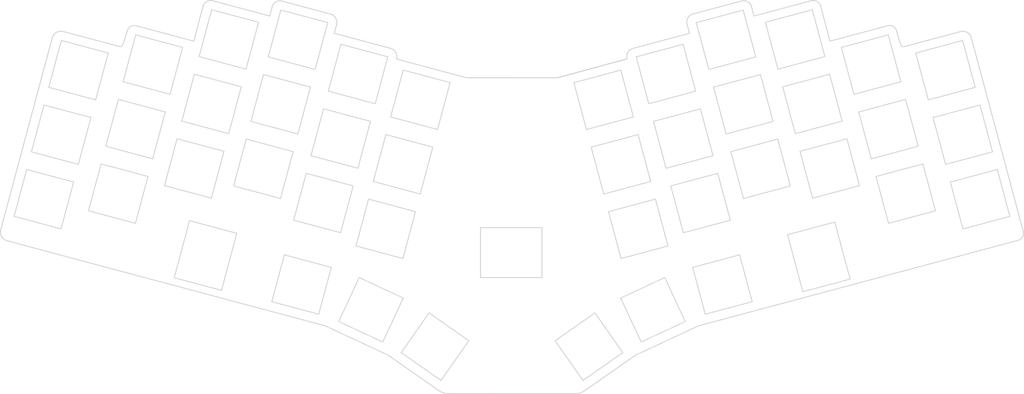
<source format=kicad_pcb>
(kicad_pcb (version 20171130) (host pcbnew "(5.1.10)-1")

  (general
    (thickness 1.6)
    (drawings 236)
    (tracks 0)
    (zones 0)
    (modules 9)
    (nets 1)
  )

  (page A4)
  (layers
    (0 F.Cu signal)
    (31 B.Cu signal)
    (32 B.Adhes user)
    (33 F.Adhes user)
    (34 B.Paste user)
    (35 F.Paste user)
    (36 B.SilkS user)
    (37 F.SilkS user)
    (38 B.Mask user)
    (39 F.Mask user)
    (40 Dwgs.User user)
    (41 Cmts.User user)
    (42 Eco1.User user)
    (43 Eco2.User user)
    (44 Edge.Cuts user)
    (45 Margin user)
    (46 B.CrtYd user)
    (47 F.CrtYd user)
    (48 B.Fab user)
    (49 F.Fab user)
  )

  (setup
    (last_trace_width 0.254)
    (trace_clearance 0.2)
    (zone_clearance 0.508)
    (zone_45_only no)
    (trace_min 0.2)
    (via_size 0.8)
    (via_drill 0.4)
    (via_min_size 0.4)
    (via_min_drill 0.3)
    (uvia_size 0.3)
    (uvia_drill 0.1)
    (uvias_allowed no)
    (uvia_min_size 0.2)
    (uvia_min_drill 0.1)
    (edge_width 0.05)
    (segment_width 0.2)
    (pcb_text_width 0.3)
    (pcb_text_size 1.5 1.5)
    (mod_edge_width 0.12)
    (mod_text_size 1 1)
    (mod_text_width 0.15)
    (pad_size 1.524 1.524)
    (pad_drill 0.762)
    (pad_to_mask_clearance 0)
    (aux_axis_origin 0 0)
    (visible_elements 7FFFFFFF)
    (pcbplotparams
      (layerselection 0x010fc_ffffffff)
      (usegerberextensions false)
      (usegerberattributes true)
      (usegerberadvancedattributes true)
      (creategerberjobfile true)
      (excludeedgelayer true)
      (linewidth 0.100000)
      (plotframeref false)
      (viasonmask false)
      (mode 1)
      (useauxorigin false)
      (hpglpennumber 1)
      (hpglpenspeed 20)
      (hpglpendiameter 15.000000)
      (psnegative false)
      (psa4output false)
      (plotreference true)
      (plotvalue true)
      (plotinvisibletext false)
      (padsonsilk false)
      (subtractmaskfromsilk false)
      (outputformat 1)
      (mirror false)
      (drillshape 0)
      (scaleselection 1)
      (outputdirectory "gerbers/"))
  )

  (net 0 "")

  (net_class Default "This is the default net class."
    (clearance 0.2)
    (trace_width 0.254)
    (via_dia 0.8)
    (via_drill 0.4)
    (uvia_dia 0.3)
    (uvia_drill 0.1)
  )

  (net_class Power ""
    (clearance 0.2)
    (trace_width 0.381)
    (via_dia 0.8)
    (via_drill 0.4)
    (uvia_dia 0.3)
    (uvia_drill 0.1)
  )

  (module MountingHole:MountingHole_2.2mm_M2 (layer F.Cu) (tedit 56D1B4CB) (tstamp 6162079F)
    (at 268.74 113.3)
    (descr "Mounting Hole 2.2mm, no annular, M2")
    (tags "mounting hole 2.2mm no annular m2")
    (attr virtual)
    (fp_text reference "" (at 0 -3.2) (layer F.SilkS)
      (effects (font (size 1 1) (thickness 0.15)))
    )
    (fp_text value "" (at 0 3.2) (layer F.Fab)
      (effects (font (size 1 1) (thickness 0.15)))
    )
    (fp_circle (center 0 0) (end 2.2 0) (layer Cmts.User) (width 0.15))
    (fp_circle (center 0 0) (end 2.45 0) (layer F.CrtYd) (width 0.05))
    (fp_text user %R (at 0.3 0) (layer F.Fab)
      (effects (font (size 1 1) (thickness 0.15)))
    )
    (pad 1 np_thru_hole circle (at 0 0) (size 2.2 2.2) (drill 2.2) (layers *.Cu *.Mask))
  )

  (module MountingHole:MountingHole_2.2mm_M2 (layer F.Cu) (tedit 56D1B4CB) (tstamp 6162079F)
    (at 240.48 62.22)
    (descr "Mounting Hole 2.2mm, no annular, M2")
    (tags "mounting hole 2.2mm no annular m2")
    (attr virtual)
    (fp_text reference "" (at 0 -3.2) (layer F.SilkS)
      (effects (font (size 1 1) (thickness 0.15)))
    )
    (fp_text value "" (at 0 3.2) (layer F.Fab)
      (effects (font (size 1 1) (thickness 0.15)))
    )
    (fp_circle (center 0 0) (end 2.2 0) (layer Cmts.User) (width 0.15))
    (fp_circle (center 0 0) (end 2.45 0) (layer F.CrtYd) (width 0.05))
    (fp_text user %R (at 0.3 0) (layer F.Fab)
      (effects (font (size 1 1) (thickness 0.15)))
    )
    (pad 1 np_thru_hole circle (at 0 0) (size 2.2 2.2) (drill 2.2) (layers *.Cu *.Mask))
  )

  (module MountingHole:MountingHole_2.2mm_M2 (layer F.Cu) (tedit 56D1B4CB) (tstamp 6162079F)
    (at 186.81 82.42)
    (descr "Mounting Hole 2.2mm, no annular, M2")
    (tags "mounting hole 2.2mm no annular m2")
    (attr virtual)
    (fp_text reference "" (at 0 -3.2) (layer F.SilkS)
      (effects (font (size 1 1) (thickness 0.15)))
    )
    (fp_text value "" (at 0 3.2) (layer F.Fab)
      (effects (font (size 1 1) (thickness 0.15)))
    )
    (fp_circle (center 0 0) (end 2.2 0) (layer Cmts.User) (width 0.15))
    (fp_circle (center 0 0) (end 2.45 0) (layer F.CrtYd) (width 0.05))
    (fp_text user %R (at 0.3 0) (layer F.Fab)
      (effects (font (size 1 1) (thickness 0.15)))
    )
    (pad 1 np_thru_hole circle (at 0 0) (size 2.2 2.2) (drill 2.2) (layers *.Cu *.Mask))
  )

  (module MountingHole:MountingHole_2.2mm_M2 (layer F.Cu) (tedit 56D1B4CB) (tstamp 6162079F)
    (at 195.33 120.48)
    (descr "Mounting Hole 2.2mm, no annular, M2")
    (tags "mounting hole 2.2mm no annular m2")
    (attr virtual)
    (fp_text reference "" (at 0 -3.2) (layer F.SilkS)
      (effects (font (size 1 1) (thickness 0.15)))
    )
    (fp_text value "" (at 0 3.2) (layer F.Fab)
      (effects (font (size 1 1) (thickness 0.15)))
    )
    (fp_circle (center 0 0) (end 2.2 0) (layer Cmts.User) (width 0.15))
    (fp_circle (center 0 0) (end 2.45 0) (layer F.CrtYd) (width 0.05))
    (fp_text user %R (at 0.3 0) (layer F.Fab)
      (effects (font (size 1 1) (thickness 0.15)))
    )
    (pad 1 np_thru_hole circle (at 0 0) (size 2.2 2.2) (drill 2.2) (layers *.Cu *.Mask))
  )

  (module MountingHole:MountingHole_2.2mm_M2 (layer F.Cu) (tedit 56D1B4CB) (tstamp 6162079F)
    (at 148.4 152.2)
    (descr "Mounting Hole 2.2mm, no annular, M2")
    (tags "mounting hole 2.2mm no annular m2")
    (attr virtual)
    (fp_text reference "" (at 0 -3.2) (layer F.SilkS)
      (effects (font (size 1 1) (thickness 0.15)))
    )
    (fp_text value "" (at 0 3.2) (layer F.Fab)
      (effects (font (size 1 1) (thickness 0.15)))
    )
    (fp_circle (center 0 0) (end 2.2 0) (layer Cmts.User) (width 0.15))
    (fp_circle (center 0 0) (end 2.45 0) (layer F.CrtYd) (width 0.05))
    (fp_text user %R (at 0.3 0) (layer F.Fab)
      (effects (font (size 1 1) (thickness 0.15)))
    )
    (pad 1 np_thru_hole circle (at 0 0) (size 2.2 2.2) (drill 2.2) (layers *.Cu *.Mask))
  )

  (module MountingHole:MountingHole_2.2mm_M2 (layer F.Cu) (tedit 56D1B4CB) (tstamp 6162079F)
    (at 101.29 120.43)
    (descr "Mounting Hole 2.2mm, no annular, M2")
    (tags "mounting hole 2.2mm no annular m2")
    (attr virtual)
    (fp_text reference "" (at 0 -3.2) (layer F.SilkS)
      (effects (font (size 1 1) (thickness 0.15)))
    )
    (fp_text value "" (at 0 3.2) (layer F.Fab)
      (effects (font (size 1 1) (thickness 0.15)))
    )
    (fp_circle (center 0 0) (end 2.2 0) (layer Cmts.User) (width 0.15))
    (fp_circle (center 0 0) (end 2.45 0) (layer F.CrtYd) (width 0.05))
    (fp_text user %R (at 0.3 0) (layer F.Fab)
      (effects (font (size 1 1) (thickness 0.15)))
    )
    (pad 1 np_thru_hole circle (at 0 0) (size 2.2 2.2) (drill 2.2) (layers *.Cu *.Mask))
  )

  (module MountingHole:MountingHole_2.2mm_M2 (layer F.Cu) (tedit 56D1B4CB) (tstamp 6162079F)
    (at 109.56 83.04)
    (descr "Mounting Hole 2.2mm, no annular, M2")
    (tags "mounting hole 2.2mm no annular m2")
    (attr virtual)
    (fp_text reference "" (at 0 -3.2) (layer F.SilkS)
      (effects (font (size 1 1) (thickness 0.15)))
    )
    (fp_text value "" (at 0 3.2) (layer F.Fab)
      (effects (font (size 1 1) (thickness 0.15)))
    )
    (fp_circle (center 0 0) (end 2.2 0) (layer Cmts.User) (width 0.15))
    (fp_circle (center 0 0) (end 2.45 0) (layer F.CrtYd) (width 0.05))
    (fp_text user %R (at 0.3 0) (layer F.Fab)
      (effects (font (size 1 1) (thickness 0.15)))
    )
    (pad 1 np_thru_hole circle (at 0 0) (size 2.2 2.2) (drill 2.2) (layers *.Cu *.Mask))
  )

  (module MountingHole:MountingHole_2.2mm_M2 (layer F.Cu) (tedit 56D1B4CB) (tstamp 6162079F)
    (at 56.33 62.01)
    (descr "Mounting Hole 2.2mm, no annular, M2")
    (tags "mounting hole 2.2mm no annular m2")
    (attr virtual)
    (fp_text reference "" (at 0 -3.2) (layer F.SilkS)
      (effects (font (size 1 1) (thickness 0.15)))
    )
    (fp_text value "" (at 0 3.2) (layer F.Fab)
      (effects (font (size 1 1) (thickness 0.15)))
    )
    (fp_circle (center 0 0) (end 2.2 0) (layer Cmts.User) (width 0.15))
    (fp_circle (center 0 0) (end 2.45 0) (layer F.CrtYd) (width 0.05))
    (fp_text user %R (at 0.3 0) (layer F.Fab)
      (effects (font (size 1 1) (thickness 0.15)))
    )
    (pad 1 np_thru_hole circle (at 0 0) (size 2.2 2.2) (drill 2.2) (layers *.Cu *.Mask))
  )

  (module MountingHole:MountingHole_2.2mm_M2 (layer F.Cu) (tedit 56D1B4CB) (tstamp 61620777)
    (at 27.9 113.36)
    (descr "Mounting Hole 2.2mm, no annular, M2")
    (tags "mounting hole 2.2mm no annular m2")
    (attr virtual)
    (fp_text reference "" (at 0 -3.2) (layer F.SilkS)
      (effects (font (size 1 1) (thickness 0.15)))
    )
    (fp_text value "" (at 0 3.2) (layer F.Fab)
      (effects (font (size 1 1) (thickness 0.15)))
    )
    (fp_text user %R (at 0.3 0) (layer F.Fab)
      (effects (font (size 1 1) (thickness 0.15)))
    )
    (fp_circle (center 0 0) (end 2.2 0) (layer Cmts.User) (width 0.15))
    (fp_circle (center 0 0) (end 2.45 0) (layer F.CrtYd) (width 0.05))
    (pad 1 np_thru_hole circle (at 0 0) (size 2.2 2.2) (drill 2.2) (layers *.Cu *.Mask))
  )

  (gr_curve (pts (xy 275.829991 52.85084) (xy 277.122996 52.506454) (xy 278.450668 53.274137) (xy 278.797245 54.566556)) (layer Edge.Cuts) (width 0.25))
  (gr_curve (pts (xy 169.027855 154.992066) (xy 168.233249 155.548446) (xy 167.286691 155.846855) (xy 166.316662 155.846789)) (layer Edge.Cuts) (width 0.25))
  (gr_curve (pts (xy 257.576611 52.619629) (xy 258.855246 57.313431) (xy 258.943538 57.288159) (xy 259.755017 57.132327)) (layer Edge.Cuts) (width 0.25))
  (gr_curve (pts (xy 292.193636 112.217585) (xy 252.227801 122.928044) (xy 251.448445 123.136194) (xy 201.329942 136.563211)) (layer Edge.Cuts) (width 0.25))
  (gr_line (start 259.755017 57.132327) (end 275.829991 52.85084) (layer Edge.Cuts) (width 0.25))
  (gr_curve (pts (xy 293.602473 109.776729) (xy 293.887562 110.839855) (xy 293.256804 111.932666) (xy 292.193636 112.217585)) (layer Edge.Cuts) (width 0.25))
  (gr_line (start 82.970392 44.190747) (end 96.724721 47.875654) (layer Edge.Cuts) (width 0.25))
  (gr_line (start 3.064595 109.237971) (end 17.702058 54.625476) (layer Edge.Cuts) (width 0.25))
  (gr_curve (pts (xy 115.288951 58.789119) (xy 115.612598 59.362927) (xy 115.691696 60.042845) (xy 115.508417 60.675626)) (layer Edge.Cuts) (width 0.25))
  (gr_line (start 113.146217 144.917167) (end 95.226517 136.560567) (layer Edge.Cuts) (width 0.25))
  (gr_line (start 115.508417 60.675626) (end 135.3763 65.996927) (layer Edge.Cuts) (width 0.25))
  (gr_line (start 201.329942 136.563211) (end 183.41278 144.919811) (layer Edge.Cuts) (width 0.25))
  (gr_line (start 238.647622 55.595627) (end 255.091816 51.189471) (layer Edge.Cuts) (width 0.25))
  (gr_line (start 183.41278 144.919811) (end 169.027855 154.992066) (layer Edge.Cuts) (width 0.25))
  (gr_line (start 57.911377 55.593087) (end 60.523295 45.690694) (layer Edge.Cuts) (width 0.25))
  (gr_line (start 98.472487 50.938548) (end 97.802077 53.342646) (layer Edge.Cuts) (width 0.25))
  (gr_line (start 63.279741 44.092066) (end 79.498837 48.437906) (layer Edge.Cuts) (width 0.25))
  (gr_curve (pts (xy 81.228682 44.424659) (xy 81.754746 44.117302) (xy 82.381875 44.033079) (xy 82.970392 44.190747)) (layer Edge.Cuts) (width 0.25))
  (gr_curve (pts (xy 80.169684 45.827082) (xy 80.32131 45.23698) (xy 80.702618 44.732016) (xy 81.228682 44.424659)) (layer Edge.Cuts) (width 0.25))
  (gr_curve (pts (xy 4.8732 112.373008) (xy 3.508512 112.006463) (xy 2.698773 110.602856) (xy 3.064595 109.237971)) (layer Edge.Cuts) (width 0.25))
  (gr_line (start 97.802077 53.342646) (end 113.787994 57.625416) (layer Edge.Cuts) (width 0.25))
  (gr_curve (pts (xy 95.226517 136.560567) (xy 28.766211 118.787158) (xy 26.395472 118.15373) (xy 4.8732 112.373008)) (layer Edge.Cuts) (width 0.25))
  (gr_curve (pts (xy 130.239797 155.844348) (xy 129.269764 155.844283) (xy 128.323237 155.545773) (xy 127.52867 154.989331)) (layer Edge.Cuts) (width 0.25))
  (gr_curve (pts (xy 98.237526 49.042516) (xy 98.56581 49.617821) (xy 98.650411 50.300512) (xy 98.472487 50.938548)) (layer Edge.Cuts) (width 0.25))
  (gr_curve (pts (xy 61.569517 44.318925) (xy 62.08676 44.018944) (xy 62.702177 43.93731) (xy 63.279741 44.092066)) (layer Edge.Cuts) (width 0.25))
  (gr_line (start 166.316662 155.846789) (end 130.239797 155.844348) (layer Edge.Cuts) (width 0.25))
  (gr_line (start 79.498837 48.437906) (end 80.169684 45.827082) (layer Edge.Cuts) (width 0.25))
  (gr_line (start 236.020271 45.63472) (end 238.647622 55.595627) (layer Edge.Cuts) (width 0.25))
  (gr_line (start 127.52867 154.989331) (end 113.146217 144.917167) (layer Edge.Cuts) (width 0.25))
  (gr_curve (pts (xy 36.760794 57.094227) (xy 37.599612 57.318987) (xy 37.826048 56.884805) (xy 38.948982 52.745559)) (layer Edge.Cuts) (width 0.25))
  (gr_line (start 278.797245 54.566556) (end 293.602473 109.776729) (layer Edge.Cuts) (width 0.25))
  (gr_curve (pts (xy 17.702058 54.625476) (xy 18.060629 53.287644) (xy 19.434452 52.492513) (xy 20.773094 52.848044)) (layer Edge.Cuts) (width 0.25))
  (gr_line (start 41.592225 51.221041) (end 57.911377 55.593087) (layer Edge.Cuts) (width 0.25))
  (gr_curve (pts (xy 96.724721 47.875654) (xy 97.364536 48.047067) (xy 97.909242 48.467211) (xy 98.237526 49.042516)) (layer Edge.Cuts) (width 0.25))
  (gr_curve (pts (xy 113.787994 57.625416) (xy 114.424342 57.795899) (xy 114.965303 58.21531) (xy 115.288951 58.789119)) (layer Edge.Cuts) (width 0.25))
  (gr_curve (pts (xy 60.523295 45.690694) (xy 60.675795 45.11253) (xy 61.052273 44.618905) (xy 61.569517 44.318925)) (layer Edge.Cuts) (width 0.25))
  (gr_line (start 20.773094 52.848044) (end 36.760794 57.094227) (layer Edge.Cuts) (width 0.25))
  (gr_curve (pts (xy 38.948982 52.745559) (xy 39.260833 51.596045) (xy 40.441732 50.912814) (xy 41.592225 51.221041)) (layer Edge.Cuts) (width 0.25))
  (gr_curve (pts (xy 235.002093 44.299721) (xy 235.505472 44.591661) (xy 235.871859 45.072054) (xy 236.020271 45.63472)) (layer Edge.Cuts) (width 0.25))
  (gr_curve (pts (xy 198.059474 50.87756) (xy 197.881468 50.24546) (xy 197.964052 49.568398) (xy 198.288778 48.997618)) (layer Edge.Cuts) (width 0.25))
  (gr_curve (pts (xy 233.337711 44.078944) (xy 233.899794 43.928336) (xy 234.498714 44.007782) (xy 235.002093 44.299721)) (layer Edge.Cuts) (width 0.25))
  (gr_curve (pts (xy 198.288778 48.997618) (xy 198.613503 48.426839) (xy 199.153313 48.009899) (xy 199.787624 47.839938)) (layer Edge.Cuts) (width 0.25))
  (gr_curve (pts (xy 181.0201 60.632445) (xy 180.844426 60.010211) (xy 180.925406 59.343532) (xy 181.244936 58.78145)) (layer Edge.Cuts) (width 0.25))
  (gr_curve (pts (xy 255.091816 51.189471) (xy 256.171844 50.900082) (xy 257.282733 51.540816) (xy 257.576611 52.619629)) (layer Edge.Cuts) (width 0.25))
  (gr_curve (pts (xy 181.244936 58.78145) (xy 181.564466 58.219368) (xy 182.095897 57.808759) (xy 182.720424 57.641419)) (layer Edge.Cuts) (width 0.25))
  (gr_line (start 217.060162 48.440446) (end 233.337711 44.078944) (layer Edge.Cuts) (width 0.25))
  (gr_line (start 216.381596 45.83973) (end 217.060162 48.440446) (layer Edge.Cuts) (width 0.25))
  (gr_line (start 199.787624 47.839938) (end 213.502808 44.165012) (layer Edge.Cuts) (width 0.25))
  (gr_curve (pts (xy 215.29066 44.403383) (xy 215.831083 44.71777) (xy 216.223752 45.234766) (xy 216.381596 45.83973)) (layer Edge.Cuts) (width 0.25))
  (gr_line (start 135.3763 65.996927) (end 161.17508 66.002007) (layer Edge.Cuts) (width 0.25))
  (gr_line (start 161.17508 66.002007) (end 181.0201 60.632447) (layer Edge.Cuts) (width 0.25))
  (gr_curve (pts (xy 213.502808 44.165012) (xy 214.106722 44.003196) (xy 214.750238 44.088995) (xy 215.29066 44.403383)) (layer Edge.Cuts) (width 0.25))
  (gr_line (start 182.720424 57.641419) (end 198.75438 53.345186) (layer Edge.Cuts) (width 0.25))
  (gr_line (start 181.0201 60.632447) (end 181.0201 60.632445) (layer Edge.Cuts) (width 0.25))
  (gr_line (start 198.75438 53.345186) (end 198.059474 50.87756) (layer Edge.Cuts) (width 0.25))
  (gr_line (start 74.14566 78.4167) (end 77.71944 65.08678) (layer Edge.Cuts) (width 0.25))
  (gr_line (start 108.91064 95.4982) (end 122.24056 99.06944) (layer Edge.Cuts) (width 0.25))
  (gr_line (start 71.40246 68.57166) (end 67.83122 81.90158) (layer Edge.Cuts) (width 0.25))
  (gr_line (start 59.41874 59.9763) (end 62.98998 46.64638) (layer Edge.Cuts) (width 0.25))
  (gr_line (start 213.99298 46.73782) (end 217.56422 60.06774) (layer Edge.Cuts) (width 0.25))
  (gr_line (start 223.8812 63.55008) (end 237.21112 59.97884) (layer Edge.Cuts) (width 0.25))
  (gr_line (start 108.91064 95.4982) (end 112.48188 82.16828) (layer Edge.Cuts) (width 0.25))
  (gr_line (start 59.41874 59.9763) (end 72.74866 63.55008) (layer Edge.Cuts) (width 0.25))
  (gr_line (start 174.38676 99.07198) (end 187.71668 95.50074) (layer Edge.Cuts) (width 0.25))
  (gr_line (start 255.22734 53.80664) (end 258.798579 67.13656) (layer Edge.Cuts) (width 0.25))
  (gr_line (start 79.06564 60.0652) (end 92.39302 63.63644) (layer Edge.Cuts) (width 0.25))
  (gr_line (start 179.228 63.81678) (end 182.79924 77.1467) (layer Edge.Cuts) (width 0.25))
  (gr_line (start 54.5013 78.33034) (end 58.07254 65.00042) (layer Edge.Cuts) (width 0.25))
  (gr_line (start 54.73244 57.37534) (end 51.15866 70.70526) (layer Edge.Cuts) (width 0.25))
  (gr_line (start 37.82874 67.13402) (end 41.40252 53.8041) (layer Edge.Cuts) (width 0.25))
  (gr_line (start 130.729239 67.38548) (end 117.39932 63.81424) (layer Edge.Cuts) (width 0.25))
  (gr_line (start 125.8118 85.73952) (end 112.48188 82.16828) (layer Edge.Cuts) (width 0.25))
  (gr_line (start 113.82808 77.14416) (end 117.39932 63.81424) (layer Edge.Cuts) (width 0.25))
  (gr_line (start 32.9113 85.48552) (end 36.48508 72.1556) (layer Edge.Cuts) (width 0.25))
  (gr_line (start 95.9668 50.30652) (end 92.39302 63.63644) (layer Edge.Cuts) (width 0.25))
  (gr_line (start 233.63988 46.64892) (end 220.30996 50.22016) (layer Edge.Cuts) (width 0.25))
  (gr_line (start 71.40246 68.57166) (end 58.07254 65.00042) (layer Edge.Cuts) (width 0.25))
  (gr_line (start 179.228 63.81678) (end 165.89808 67.38802) (layer Edge.Cuts) (width 0.25))
  (gr_line (start 223.8812 63.55008) (end 220.30996 50.22016) (layer Edge.Cuts) (width 0.25))
  (gr_line (start 91.04936 68.66056) (end 87.47558 81.99048) (layer Edge.Cuts) (width 0.25))
  (gr_line (start 95.9668 50.30652) (end 82.63688 46.73528) (layer Edge.Cuts) (width 0.25))
  (gr_line (start 255.22734 53.80664) (end 241.89742 57.37788) (layer Edge.Cuts) (width 0.25))
  (gr_line (start 245.46866 70.7078) (end 241.89742 57.37788) (layer Edge.Cuts) (width 0.25))
  (gr_line (start 245.46866 70.7078) (end 258.798579 67.13656) (layer Edge.Cuts) (width 0.25))
  (gr_line (start 49.815 75.72938) (end 46.24122 89.05676) (layer Edge.Cuts) (width 0.25))
  (gr_line (start 125.8118 85.73952) (end 122.24056 99.06944) (layer Edge.Cuts) (width 0.25))
  (gr_line (start 37.82874 67.13402) (end 51.15866 70.70526) (layer Edge.Cuts) (width 0.25))
  (gr_line (start 74.14566 78.4167) (end 87.47558 81.99048) (layer Edge.Cuts) (width 0.25))
  (gr_line (start 169.46932 80.71794) (end 165.89808 67.38802) (layer Edge.Cuts) (width 0.25))
  (gr_line (start 79.06564 60.0652) (end 82.63688 46.73528) (layer Edge.Cuts) (width 0.25))
  (gr_line (start 213.99298 46.73782) (end 200.66306 50.30906) (layer Edge.Cuts) (width 0.25))
  (gr_line (start 161.1813 66.00626) (end 181.02632 60.6367) (layer Edge.Cuts) (width 0.25))
  (gr_line (start 76.3199 50.22016) (end 62.98998 46.64638) (layer Edge.Cuts) (width 0.25))
  (gr_line (start 130.729239 67.38548) (end 127.158 80.7154) (layer Edge.Cuts) (width 0.25))
  (gr_line (start 204.2343 63.63898) (end 200.66306 50.30906) (layer Edge.Cuts) (width 0.25))
  (gr_line (start 54.73244 57.37534) (end 41.40252 53.8041) (layer Edge.Cuts) (width 0.25))
  (gr_line (start 184.14544 82.17082) (end 170.81552 85.74206) (layer Edge.Cuts) (width 0.25))
  (gr_line (start 76.3199 50.22016) (end 72.74866 63.55008) (layer Edge.Cuts) (width 0.25))
  (gr_line (start 113.82808 77.14416) (end 127.158 80.7154) (layer Edge.Cuts) (width 0.25))
  (gr_line (start 169.46932 80.71794) (end 182.79924 77.1467) (layer Edge.Cuts) (width 0.25))
  (gr_line (start 32.9113 85.48552) (end 46.24122 89.05676) (layer Edge.Cuts) (width 0.25))
  (gr_line (start 91.04936 68.66056) (end 77.71944 65.08678) (layer Edge.Cuts) (width 0.25))
  (gr_line (start 54.5013 78.33034) (end 67.83122 81.90158) (layer Edge.Cuts) (width 0.25))
  (gr_line (start 204.2343 63.63898) (end 217.56422 60.06774) (layer Edge.Cuts) (width 0.25))
  (gr_line (start 49.815 75.72938) (end 36.48508 72.1556) (layer Edge.Cuts) (width 0.25))
  (gr_line (start 233.63988 46.64892) (end 237.21112 59.97884) (layer Edge.Cuts) (width 0.25))
  (gr_line (start 86.13192 87.01206) (end 72.802 83.44082) (layer Edge.Cuts) (width 0.25))
  (gr_line (start 49.58386 96.68184) (end 53.1551 83.35192) (layer Edge.Cuts) (width 0.25))
  (gr_line (start 209.15174 81.99048) (end 205.5805 68.6631) (layer Edge.Cuts) (width 0.25))
  (gr_line (start 27.99386 103.83956) (end 31.56764 90.50964) (layer Edge.Cuts) (width 0.25))
  (gr_line (start 66.48502 86.92316) (end 62.91124 100.25308) (layer Edge.Cuts) (width 0.25))
  (gr_line (start 44.89756 94.08088) (end 31.56764 90.50964) (layer Edge.Cuts) (width 0.25))
  (gr_line (start 171.87724 132.89462) (end 160.5717 140.8118) (layer Edge.Cuts) (width 0.25))
  (gr_line (start 27.99386 103.83956) (end 41.32378 107.4108) (layer Edge.Cuts) (width 0.25))
  (gr_line (start 44.89756 94.08088) (end 41.32378 107.4108) (layer Edge.Cuts) (width 0.25))
  (gr_line (start 189.06288 100.52232) (end 175.73296 104.09356) (layer Edge.Cuts) (width 0.25))
  (gr_line (start 197.01054 110.0905) (end 210.34046 106.51926) (layer Edge.Cuts) (width 0.25))
  (gr_line (start 136.055619 140.80926) (end 128.14098 152.11226) (layer Edge.Cuts) (width 0.25))
  (gr_line (start 197.01054 110.0905) (end 193.4393 96.76058) (layer Edge.Cuts) (width 0.25))
  (gr_line (start 80.07656 129.6993) (end 93.40648 133.27054) (layer Edge.Cuts) (width 0.25))
  (gr_line (start 233.71608 100.25562) (end 247.046 96.68438) (layer Edge.Cuts) (width 0.25))
  (gr_line (start 86.13192 87.01206) (end 82.55814 100.34198) (layer Edge.Cuts) (width 0.25))
  (gr_line (start 218.91042 65.08932) (end 222.48166 78.41924) (layer Edge.Cuts) (width 0.25))
  (gr_line (start 120.89436 104.09102) (end 117.32312 117.42094) (layer Edge.Cuts) (width 0.25))
  (gr_line (start 189.06288 100.52232) (end 192.63412 113.85224) (layer Edge.Cuts) (width 0.25))
  (gr_line (start 116.83798 144.19762) (end 128.14098 152.11226) (layer Edge.Cuts) (width 0.25))
  (gr_line (start 206.76922 93.18934) (end 193.4393 96.76058) (layer Edge.Cuts) (width 0.25))
  (gr_line (start 238.55732 65.00296) (end 225.2274 68.5742) (layer Edge.Cuts) (width 0.25))
  (gr_line (start 49.58386 96.68184) (end 62.91124 100.25308) (layer Edge.Cuts) (width 0.25))
  (gr_line (start 228.79864 81.90412) (end 242.12856 78.33288) (layer Edge.Cuts) (width 0.25))
  (gr_line (start 250.3861 89.0593) (end 263.716019 85.48806) (layer Edge.Cuts) (width 0.25))
  (gr_line (start 136.055619 140.80926) (end 124.75262 132.89208) (layer Edge.Cuts) (width 0.25))
  (gr_line (start 103.9932 113.8497) (end 107.56444 100.51978) (layer Edge.Cuts) (width 0.25))
  (gr_line (start 228.79864 81.90412) (end 225.2274 68.5742) (layer Edge.Cuts) (width 0.25))
  (gr_line (start 238.55732 65.00296) (end 242.12856 78.33288) (layer Edge.Cuts) (width 0.25))
  (gr_line (start 265.062219 90.51218) (end 268.63346 103.8421) (layer Edge.Cuts) (width 0.25))
  (gr_line (start 260.144779 72.15814) (end 246.81486 75.72938) (layer Edge.Cuts) (width 0.25))
  (gr_line (start 206.76922 93.18934) (end 210.34046 106.51926) (layer Edge.Cuts) (width 0.25))
  (gr_line (start 120.89436 104.09102) (end 107.56444 100.51978) (layer Edge.Cuts) (width 0.25))
  (gr_line (start 250.3861 89.0593) (end 246.81486 75.72938) (layer Edge.Cuts) (width 0.25))
  (gr_line (start 223.82786 83.44336) (end 210.49794 87.0146) (layer Edge.Cuts) (width 0.25))
  (gr_line (start 103.9932 113.8497) (end 117.32312 117.42094) (layer Edge.Cuts) (width 0.25))
  (gr_line (start 214.06918 100.34452) (end 210.49794 87.0146) (layer Edge.Cuts) (width 0.25))
  (gr_line (start 66.48502 86.92316) (end 53.1551 83.35192) (layer Edge.Cuts) (width 0.25))
  (gr_line (start 69.228219 96.77074) (end 82.55814 100.34198) (layer Edge.Cuts) (width 0.25))
  (gr_line (start 214.06918 100.34452) (end 227.3991 96.77328) (layer Edge.Cuts) (width 0.25))
  (gr_line (start 243.47476 83.35446) (end 247.046 96.68438) (layer Edge.Cuts) (width 0.25))
  (gr_line (start 255.30354 107.41334) (end 268.63346 103.8421) (layer Edge.Cuts) (width 0.25))
  (gr_line (start 255.30354 107.41334) (end 251.7323 94.08342) (layer Edge.Cuts) (width 0.25))
  (gr_line (start 96.97772 119.94062) (end 93.40648 133.27054) (layer Edge.Cuts) (width 0.25))
  (gr_line (start 174.38676 99.07198) (end 170.81552 85.74206) (layer Edge.Cuts) (width 0.25))
  (gr_line (start 184.14544 82.17082) (end 187.71668 95.50074) (layer Edge.Cuts) (width 0.25))
  (gr_line (start 201.85178 74.83784) (end 188.52186 78.40908) (layer Edge.Cuts) (width 0.25))
  (gr_line (start 179.30674 117.42348) (end 192.63412 113.85224) (layer Edge.Cuts) (width 0.25))
  (gr_line (start 233.71608 100.25562) (end 230.14484 86.9257) (layer Edge.Cuts) (width 0.25))
  (gr_line (start 260.144779 72.15814) (end 263.716019 85.48806) (layer Edge.Cuts) (width 0.25))
  (gr_line (start 116.83798 144.19762) (end 124.75262 132.89208) (layer Edge.Cuts) (width 0.25))
  (gr_line (start 192.0931 91.739) (end 205.42302 88.16776) (layer Edge.Cuts) (width 0.25))
  (gr_line (start 265.062219 90.51218) (end 251.7323 94.08342) (layer Edge.Cuts) (width 0.25))
  (gr_line (start 192.0931 91.739) (end 188.52186 78.40908) (layer Edge.Cuts) (width 0.25))
  (gr_line (start 201.85178 74.83784) (end 205.42302 88.16776) (layer Edge.Cuts) (width 0.25))
  (gr_line (start 223.82786 83.44336) (end 227.3991 96.77328) (layer Edge.Cuts) (width 0.25))
  (gr_line (start 69.228219 96.77074) (end 72.802 83.44082) (layer Edge.Cuts) (width 0.25))
  (gr_line (start 179.30674 117.42348) (end 175.73296 104.09356) (layer Edge.Cuts) (width 0.25))
  (gr_line (start 243.47476 83.35446) (end 230.14484 86.9257) (layer Edge.Cuts) (width 0.25))
  (gr_line (start 80.07656 129.6993) (end 83.6478 116.36938) (layer Edge.Cuts) (width 0.25))
  (gr_line (start 168.48634 152.1148) (end 179.79188 144.20016) (layer Edge.Cuts) (width 0.25))
  (gr_line (start 209.15174 81.99048) (end 222.48166 78.41924) (layer Edge.Cuts) (width 0.25))
  (gr_line (start 96.97772 119.94062) (end 83.6478 116.36938) (layer Edge.Cuts) (width 0.25))
  (gr_line (start 218.91042 65.08932) (end 205.5805 68.6631) (layer Edge.Cuts) (width 0.25))
  (gr_line (start 103.19056 96.76058) (end 99.61678 110.08796) (layer Edge.Cuts) (width 0.25))
  (gr_line (start 33.60218 58.9603) (end 30.0284 72.29022) (layer Edge.Cuts) (width 0.25))
  (gr_line (start 266.598919 72.29276) (end 279.92884 68.72152) (layer Edge.Cuts) (width 0.25))
  (gr_line (start 168.48634 152.1148) (end 160.5717 140.8118) (layer Edge.Cuts) (width 0.25))
  (gr_line (start 171.87724 132.89462) (end 179.79188 144.20016) (layer Edge.Cuts) (width 0.25))
  (gr_line (start 99.091 135.34064) (end 111.59796 141.17248) (layer Edge.Cuts) (width 0.25))
  (gr_line (start 117.4298 128.66552) (end 111.59796 141.17248) (layer Edge.Cuts) (width 0.25))
  (gr_line (start 103.19056 96.76058) (end 89.86064 93.1868) (layer Edge.Cuts) (width 0.25))
  (gr_line (start 28.68474 77.314339) (end 25.11096 90.64426) (layer Edge.Cuts) (width 0.25))
  (gr_line (start 191.70448 122.83622) (end 179.19752 128.66806) (layer Edge.Cuts) (width 0.25))
  (gr_line (start 185.0319 141.17502) (end 197.53886 135.34318) (layer Edge.Cuts) (width 0.25))
  (gr_line (start 6.8636 105.42452) (end 20.19352 108.99576) (layer Edge.Cuts) (width 0.25))
  (gr_line (start 23.7673 95.66584) (end 10.43738 92.0946) (layer Edge.Cuts) (width 0.25))
  (gr_line (start 96.12174 69.81118) (end 109.45166 73.38496) (layer Edge.Cuts) (width 0.25))
  (gr_line (start 70.12992 110.258139) (end 56.70348 106.6615) (layer Edge.Cuts) (width 0.25))
  (gr_line (start 281.27504 73.7431) (end 284.84628 87.07302) (layer Edge.Cuts) (width 0.25))
  (gr_line (start 187.17566 73.38496) (end 200.50558 69.81372) (layer Edge.Cuts) (width 0.25))
  (gr_line (start 6.8636 105.42452) (end 10.43738 92.0946) (layer Edge.Cuts) (width 0.25))
  (gr_line (start 185.0319 141.17502) (end 179.19752 128.66806) (layer Edge.Cuts) (width 0.25))
  (gr_line (start 212.98206 116.37192) (end 199.65214 119.94316) (layer Edge.Cuts) (width 0.25))
  (gr_line (start 86.28686 106.51672) (end 89.86064 93.1868) (layer Edge.Cuts) (width 0.25))
  (gr_line (start 203.22338 133.27308) (end 199.65214 119.94316) (layer Edge.Cuts) (width 0.25))
  (gr_line (start 99.091 135.34064) (end 104.92284 122.83368) (layer Edge.Cuts) (width 0.25))
  (gr_line (start 108.108 78.40654) (end 94.77808 74.8353) (layer Edge.Cuts) (width 0.25))
  (gr_line (start 91.2043 88.16522) (end 94.77808 74.8353) (layer Edge.Cuts) (width 0.25))
  (gr_line (start 108.108 78.40654) (end 104.53422 91.73646) (layer Edge.Cuts) (width 0.25))
  (gr_line (start 113.02544 60.05504) (end 99.69552 56.48126) (layer Edge.Cuts) (width 0.25))
  (gr_line (start 16.69848 68.71898) (end 30.0284 72.29022) (layer Edge.Cuts) (width 0.25))
  (gr_line (start 271.51636 90.64426) (end 267.94512 77.314339) (layer Edge.Cuts) (width 0.25))
  (gr_line (start 156.84806 122.83114) (end 139.35 122.83114) (layer Edge.Cuts) (width 0.25))
  (gr_line (start 276.3576 55.3916) (end 279.92884 68.72152) (layer Edge.Cuts) (width 0.25))
  (gr_line (start 286.19248 92.09714) (end 289.76372 105.42706) (layer Edge.Cuts) (width 0.25))
  (gr_line (start 11.78104 87.07048) (end 15.35482 73.74056) (layer Edge.Cuts) (width 0.25))
  (gr_line (start 281.27504 73.7431) (end 267.94512 77.314339) (layer Edge.Cuts) (width 0.25))
  (gr_line (start 276.4338 108.9983) (end 272.86256 95.66838) (layer Edge.Cuts) (width 0.25))
  (gr_line (start 86.28686 106.51672) (end 99.61678 110.08796) (layer Edge.Cuts) (width 0.25))
  (gr_line (start 286.19248 92.09714) (end 272.86256 95.66838) (layer Edge.Cuts) (width 0.25))
  (gr_line (start 266.598919 72.29276) (end 263.02768 58.96284) (layer Edge.Cuts) (width 0.25))
  (gr_line (start 11.78104 87.07048) (end 25.11096 90.64426) (layer Edge.Cuts) (width 0.25))
  (gr_line (start 23.7673 95.66584) (end 20.19352 108.99576) (layer Edge.Cuts) (width 0.25))
  (gr_line (start 276.4338 108.9983) (end 289.76372 105.42706) (layer Edge.Cuts) (width 0.25))
  (gr_line (start 240.02544 107.04758) (end 226.599 110.64422) (layer Edge.Cuts) (width 0.25))
  (gr_line (start 244.37392 123.27564) (end 240.02544 107.04758) (layer Edge.Cuts) (width 0.25))
  (gr_line (start 230.94748 126.87228) (end 226.599 110.64422) (layer Edge.Cuts) (width 0.25))
  (gr_line (start 203.22338 133.27308) (end 216.5533 129.70184) (layer Edge.Cuts) (width 0.25))
  (gr_line (start 196.93434 56.4838) (end 183.60442 60.05758) (layer Edge.Cuts) (width 0.25))
  (gr_line (start 276.3576 55.3916) (end 263.02768 58.96284) (layer Edge.Cuts) (width 0.25))
  (gr_line (start 187.17566 73.38496) (end 183.60442 60.05758) (layer Edge.Cuts) (width 0.25))
  (gr_line (start 65.78144 126.4862) (end 70.12992 110.258139) (layer Edge.Cuts) (width 0.25))
  (gr_line (start 117.4298 128.66552) (end 104.92284 122.83368) (layer Edge.Cuts) (width 0.25))
  (gr_line (start 28.68474 77.314339) (end 15.35482 73.74056) (layer Edge.Cuts) (width 0.25))
  (gr_line (start 33.60218 58.9603) (end 20.27226 55.38906) (layer Edge.Cuts) (width 0.25))
  (gr_line (start 244.37392 123.27564) (end 230.94748 126.87228) (layer Edge.Cuts) (width 0.25))
  (gr_line (start 191.70448 122.83622) (end 197.53886 135.34318) (layer Edge.Cuts) (width 0.25))
  (gr_line (start 212.98206 116.37192) (end 216.5533 129.70184) (layer Edge.Cuts) (width 0.25))
  (gr_line (start 52.355 122.88956) (end 56.70348 106.6615) (layer Edge.Cuts) (width 0.25))
  (gr_line (start 113.02544 60.05504) (end 109.45166 73.38496) (layer Edge.Cuts) (width 0.25))
  (gr_line (start 271.51636 90.64426) (end 284.84628 87.07302) (layer Edge.Cuts) (width 0.25))
  (gr_line (start 196.93434 56.4838) (end 200.50558 69.81372) (layer Edge.Cuts) (width 0.25))
  (gr_line (start 65.78144 126.4862) (end 52.355 122.88956) (layer Edge.Cuts) (width 0.25))
  (gr_line (start 96.12174 69.81118) (end 99.69552 56.48126) (layer Edge.Cuts) (width 0.25))
  (gr_line (start 16.69848 68.71898) (end 20.27226 55.38906) (layer Edge.Cuts) (width 0.25))
  (gr_line (start 156.84806 122.83114) (end 156.84806 108.63) (layer Edge.Cuts) (width 0.25))
  (gr_line (start 91.2043 88.16522) (end 104.53422 91.73646) (layer Edge.Cuts) (width 0.25))
  (gr_line (start 139.35 108.63) (end 139.35 122.83114) (layer Edge.Cuts) (width 0.25))
  (gr_line (start 139.35 108.63) (end 156.84806 108.63) (layer Edge.Cuts) (width 0.25))

)

</source>
